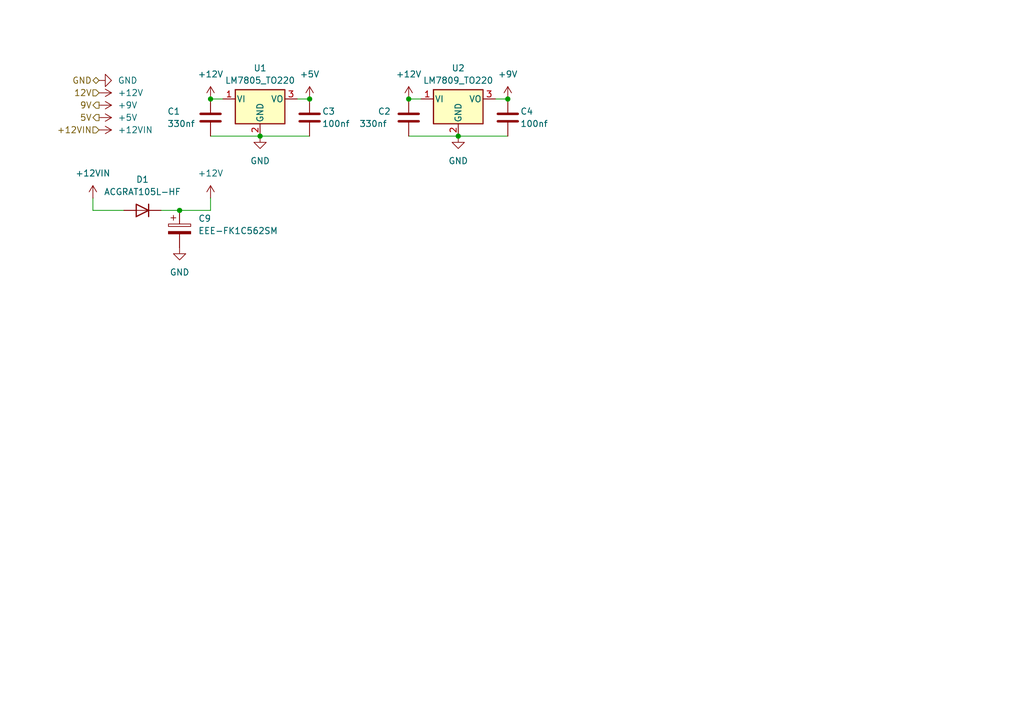
<source format=kicad_sch>
(kicad_sch (version 20231120) (generator "eeschema") (generator_version "8.0")
  (paper "A5")
  (lib_symbols
    (symbol "Device:C" (pin_numbers hide) (pin_names (offset 0.254))
      (property "Reference" "C" (at 0.635 2.54 0))
      (property "Value" "C" (at 0.635 -2.54 0))
      (symbol "C_0_1"
        (polyline (pts (xy -2.032 -0.762) (xy 2.032 -0.762)) (stroke (width 0.508)))
        (polyline (pts (xy -2.032 0.762) (xy 2.032 0.762)) (stroke (width 0.508)))
      )
      (symbol "C_1_1"
        (pin passive line (at 0 3.81 270) (length 2.794) (name "~") (number "1"))
        (pin passive line (at 0 -3.81 90) (length 2.794) (name "~") (number "2"))
      )
    )
    (symbol "Device:C_Polarized" (pin_numbers hide) (pin_names (offset 0.254))
      (property "Reference" "C" (at 0.635 2.54 0))
      (property "Value" "C_Polarized" (at 0.635 -2.54 0))
      (symbol "C_Polarized_0_1"
        (rectangle (start -2.286 0.508) (end 2.286 1.016))
        (polyline (pts (xy -1.778 2.286) (xy -0.762 2.286)))
        (polyline (pts (xy -1.27 2.794) (xy -1.27 1.778)))
        (rectangle (start 2.286 -0.508) (end -2.286 -1.016) (fill (type outline)))
      )
      (symbol "C_Polarized_1_1"
        (pin passive line (at 0 3.81 270) (length 2.794) (name "~") (number "1"))
        (pin passive line (at 0 -3.81 90) (length 2.794) (name "~") (number "2"))
      )
    )
    (symbol "Device:D" (pin_numbers hide) (pin_names (offset 1.016) hide)
      (property "Reference" "D" (at 0 2.54 0))
      (property "Value" "D" (at 0 -2.54 0))
      (symbol "D_0_1"
        (polyline (pts (xy -1.27 1.27) (xy -1.27 -1.27)) (stroke (width 0.254)))
        (polyline (pts (xy 1.27 0) (xy -1.27 0)))
        (polyline (pts (xy 1.27 1.27) (xy 1.27 -1.27) (xy -1.27 0) (xy 1.27 1.27)) (stroke (width 0.254)))
      )
      (symbol "D_1_1"
        (pin passive line (at -3.81 0 0) (length 2.54) (name "K") (number "1"))
        (pin passive line (at 3.81 0 180) (length 2.54) (name "A") (number "2"))
      )
    )
    (symbol "Regulator_Linear:LM7805_TO220" (pin_names (offset 0.254))
      (property "Reference" "U" (at -3.81 3.175 0))
      (property "Value" "LM7805_TO220" (at 0 3.175 0))
      (symbol "LM7805_TO220_0_1"
        (rectangle (start -5.08 1.905) (end 5.08 -5.08) (stroke (width 0.254)) (fill (type background)))
      )
      (symbol "LM7805_TO220_1_1"
        (pin power_in line (at -7.62 0 0) (length 2.54) (name "VI") (number "1"))
        (pin power_in line (at 0 -7.62 90) (length 2.54) (name "GND") (number "2"))
        (pin power_out line (at 7.62 0 180) (length 2.54) (name "VO") (number "3"))
      )
    )
    (symbol "Regulator_Linear:LM7809_TO220" (pin_names (offset 0.254))
      (property "Reference" "U" (at -3.81 3.175 0))
      (property "Value" "LM7809_TO220" (at 0 3.175 0))
      (symbol "LM7809_TO220_0_1"
        (rectangle (start -5.08 1.905) (end 5.08 -5.08) (stroke (width 0.254)) (fill (type background)))
      )
      (symbol "LM7809_TO220_1_1"
        (pin power_in line (at -7.62 0 0) (length 2.54) (name "VI") (number "1"))
        (pin power_in line (at 0 -7.62 90) (length 2.54) (name "GND") (number "2"))
        (pin power_out line (at 7.62 0 180) (length 2.54) (name "VO") (number "3"))
      )
    )
    (symbol "power:+12V" (power) (pin_numbers hide) (pin_names (offset 0) hide)
      (property "Value" "+12V" (at 0 3.556 0))
      (symbol "+12V_0_1"
        (polyline (pts (xy -0.762 1.27) (xy 0 2.54)))
        (polyline (pts (xy 0 0) (xy 0 2.54)))
        (polyline (pts (xy 0 2.54) (xy 0.762 1.27)))
      )
      (symbol "+12V_1_1"
        (pin power_in line (at 0 0 90) (length 0) (name "~") (number "1"))
      )
    )
    (symbol "power:+5V" (power) (pin_numbers hide) (pin_names (offset 0) hide)
      (property "Value" "+5V" (at 0 3.556 0))
      (symbol "+5V_0_1"
        (polyline (pts (xy -0.762 1.27) (xy 0 2.54)))
        (polyline (pts (xy 0 0) (xy 0 2.54)))
        (polyline (pts (xy 0 2.54) (xy 0.762 1.27)))
      )
      (symbol "+5V_1_1"
        (pin power_in line (at 0 0 90) (length 0) (name "~") (number "1"))
      )
    )
    (symbol "power:+9V" (power) (pin_numbers hide) (pin_names (offset 0) hide)
      (property "Value" "+9V" (at 0 3.556 0))
      (symbol "+9V_0_1"
        (polyline (pts (xy -0.762 1.27) (xy 0 2.54)))
        (polyline (pts (xy 0 0) (xy 0 2.54)))
        (polyline (pts (xy 0 2.54) (xy 0.762 1.27)))
      )
      (symbol "+9V_1_1"
        (pin power_in line (at 0 0 90) (length 0) (name "~") (number "1"))
      )
    )
    (symbol "power:GND" (power) (pin_numbers hide) (pin_names (offset 0) hide)
      (property "Value" "GND" (at 0 -3.81 0))
      (symbol "GND_0_1"
        (polyline (pts (xy 0 0) (xy 0 -1.27) (xy 1.27 -1.27) (xy 0 -2.54) (xy -1.27 -1.27) (xy 0 -1.27)))
      )
      (symbol "GND_1_1"
        (pin power_in line (at 0 0 270) (length 0) (name "~") (number "1"))
      )
    )
  )
  (junction (at 93.98 27.94))
  (junction (at 63.5 20.32))
  (junction (at 36.83 43.18))
  (junction (at 53.34 27.94))
  (junction (at 104.14 20.32))
  (junction (at 43.18 20.32))
  (junction (at 83.82 20.32))
  (wire (pts (xy 93.98 27.94) (xy 104.14 27.94)))
  (wire (pts (xy 60.96 20.32) (xy 63.5 20.32)))
  (wire (pts (xy 83.82 20.32) (xy 86.36 20.32)))
  (wire (pts (xy 33.02 43.18) (xy 36.83 43.18)))
  (wire (pts (xy 36.83 43.18) (xy 43.18 43.18)))
  (wire (pts (xy 101.6 20.32) (xy 104.14 20.32)))
  (wire (pts (xy 53.34 27.94) (xy 63.5 27.94)))
  (wire (pts (xy 19.05 43.18) (xy 25.4 43.18)))
  (wire (pts (xy 43.18 20.32) (xy 45.72 20.32)))
  (wire (pts (xy 83.82 27.94) (xy 93.98 27.94)))
  (wire (pts (xy 43.18 27.94) (xy 53.34 27.94)))
  (wire (pts (xy 43.18 43.18) (xy 43.18 40.64)))
  (wire (pts (xy 19.05 43.18) (xy 19.05 40.64)))
  (hierarchical_label "9V" (shape output) (at 20.32 21.59 180))
  (hierarchical_label "12V" (shape input) (at 20.32 19.05 180))
  (hierarchical_label "GND" (shape bidirectional) (at 20.32 16.51 180))
  (hierarchical_label "5V" (shape output) (at 20.32 24.13 180))
  (hierarchical_label "+12VIN" (shape input) (at 20.32 26.67 180))
  (symbol (lib_id "Device:C") (at 43.18 24.13 0) (unit 1)
    (property "Reference" "C1" (at 34.29 22.86 0) (effects (justify left)))
    (property "Value" "330nf" (at 34.29 25.4 0) (effects (justify left)))
    (property "Footprint" "Capacitor_SMD:C_0805_2012Metric_Pad1.18x1.45mm_HandSolder" (effects (hide yes)))
    (property "Datasheet" "https://mm.digikey.com/Volume0/opasdata/d220001/medias/docus/4262/0805B334K250CC.pdf" (effects (hide yes)))
  )
  (symbol (lib_id "power:GND") (at 20.32 16.51 90) (unit 1)
    (property "Reference" "#PWR07" (effects (hide yes)))
    (property "Value" "GND" (at 24.13 16.5099 90) (effects (justify right)))
    (property "Description" "Power symbol creates a global label with name \"GND\" , ground" (effects (hide yes)))
  )
  (symbol (lib_id "Device:D") (at 29.21 43.18 180) (unit 1)
    (property "Reference" "D1" (at 29.21 36.83 0))
    (property "Value" "ACGRAT105L-HF" (at 29.21 39.37 0))
    (property "Footprint" "Diode_SMD:D_2010_5025Metric_Pad1.52x2.65mm_HandSolder" (effects (hide yes)))
    (property "Datasheet" "https://www.comchiptech.com/admin/files/product/ACGRAT101L-HF%20Thru%20ACGRAT105L-HF%20RevB849012.pdf" (effects (hide yes)))
    (property "Description" "Diode" (effects (hide yes)))
    (property "Sim.Device" "D" (effects (hide yes)))
    (property "Sim.Pins" "1=K 2=A" (effects (hide yes)))
  )
  (symbol (lib_id "Device:C_Polarized") (at 36.83 46.99 0) (unit 1)
    (property "Reference" "C9" (at 40.64 44.8309 0) (effects (justify left)))
    (property "Value" "EEE-FK1C562SM" (at 40.64 47.3709 0) (effects (justify left)))
    (property "Footprint" "Capacitor_SMD:CP_Elec_18x17.5" (effects (hide yes)))
    (property "Datasheet" "https://industrial.panasonic.com/cdbs/www-data/pdf/RDE0000/ABA0000C1247.pdf" (effects (hide yes)))
    (property "Description" "Polarized capacitor" (effects (hide yes)))
  )
  (symbol (lib_id "Device:C") (at 104.14 24.13 0) (unit 1)
    (property "Reference" "C4" (at 106.68 22.86 0) (effects (justify left)))
    (property "Value" "100nf" (at 106.68 25.4 0) (effects (justify left)))
    (property "Footprint" "Capacitor_SMD:C_0805_2012Metric_Pad1.18x1.45mm_HandSolder" (effects (hide yes)))
  )
  (symbol (lib_id "Regulator_Linear:LM7809_TO220") (at 93.98 20.32 0) (unit 1)
    (property "Reference" "U2" (at 93.98 13.97 0))
    (property "Value" "LM7809_TO220" (at 93.98 16.51 0))
    (property "Footprint" "Package_TO_SOT_THT:TO-220-3_Vertical" (effects (hide yes)))
    (property "Datasheet" "https://www.onsemi.cn/PowerSolutions/document/MC7800-D.PDF" (effects (hide yes)))
  )
  (symbol (lib_id "power:GND") (at 36.83 50.8 0) (unit 1)
    (property "Reference" "#PWR048" (effects (hide yes)))
    (property "Value" "GND" (at 36.83 55.88 0))
    (property "Description" "Power symbol creates a global label with name \"GND\" , ground" (effects (hide yes)))
  )
  (symbol (lib_id "power:+12V") (at 20.32 26.67 270) (unit 1)
    (property "Reference" "#PWR050" (effects (hide yes)))
    (property "Value" "+12VIN" (at 24.13 26.6699 90) (effects (justify left)))
    (property "Description" "Power symbol creates a global label with name \"+12V\"" (effects (hide yes)))
  )
  (symbol (lib_id "power:+5V") (at 63.5 20.32 0) (unit 1)
    (property "Reference" "#PWR012" (effects (hide yes)))
    (property "Value" "+5V" (at 63.5 15.24 0))
  )
  (symbol (lib_id "Device:C") (at 83.82 24.13 0) (unit 1)
    (property "Reference" "C2" (at 77.47 22.86 0) (effects (justify left)))
    (property "Value" "330nf" (at 73.66 25.4 0) (effects (justify left)))
    (property "Footprint" "Capacitor_SMD:C_0805_2012Metric_Pad1.18x1.45mm_HandSolder" (effects (hide yes)))
  )
  (symbol (lib_id "power:+12V") (at 43.18 20.32 0) (unit 1)
    (property "Reference" "#PWR08" (effects (hide yes)))
    (property "Value" "+12V" (at 43.18 15.24 0))
  )
  (symbol (lib_id "power:+12V") (at 43.18 40.64 0) (unit 1)
    (property "Reference" "#PWR049" (effects (hide yes)))
    (property "Value" "+12V" (at 43.18 35.56 0))
    (property "Description" "Power symbol creates a global label with name \"+12V\"" (effects (hide yes)))
  )
  (symbol (lib_id "power:GND") (at 93.98 27.94 0) (unit 1)
    (property "Reference" "#PWR011" (effects (hide yes)))
    (property "Value" "GND" (at 93.98 33.02 0))
  )
  (symbol (lib_id "power:+5V") (at 20.32 24.13 270) (unit 1)
    (property "Reference" "#PWR03" (effects (hide yes)))
    (property "Value" "+5V" (at 24.13 24.1299 90) (effects (justify left)))
    (property "Description" "Power symbol creates a global label with name \"+5V\"" (effects (hide yes)))
  )
  (symbol (lib_id "power:+12V") (at 19.05 40.64 0) (unit 1)
    (property "Reference" "#PWR042" (effects (hide yes)))
    (property "Value" "+12VIN" (at 19.05 35.56 0))
    (property "Description" "Power symbol creates a global label with name \"+12V\"" (effects (hide yes)))
  )
  (symbol (lib_id "power:GND") (at 53.34 27.94 0) (unit 1)
    (property "Reference" "#PWR010" (effects (hide yes)))
    (property "Value" "GND" (at 53.34 33.02 0))
  )
  (symbol (lib_id "Regulator_Linear:LM7805_TO220") (at 53.34 20.32 0) (unit 1)
    (property "Reference" "U1" (at 53.34 13.97 0))
    (property "Value" "LM7805_TO220" (at 53.34 16.51 0))
    (property "Footprint" "Package_TO_SOT_THT:TO-220-3_Vertical" (effects (hide yes)))
    (property "Datasheet" "https://www.onsemi.cn/PowerSolutions/document/MC7800-D.PDF" (effects (hide yes)))
  )
  (symbol (lib_id "power:+12V") (at 83.82 20.32 0) (unit 1)
    (property "Reference" "#PWR09" (effects (hide yes)))
    (property "Value" "+12V" (at 83.82 15.24 0))
  )
  (symbol (lib_id "power:+9V") (at 20.32 21.59 270) (unit 1)
    (property "Reference" "#PWR04" (effects (hide yes)))
    (property "Value" "+9V" (at 24.13 21.5899 90) (effects (justify left)))
    (property "Description" "Power symbol creates a global label with name \"+9V\"" (effects (hide yes)))
  )
  (symbol (lib_id "power:+9V") (at 104.14 20.32 0) (unit 1)
    (property "Reference" "#PWR013" (effects (hide yes)))
    (property "Value" "+9V" (at 104.14 15.24 0))
  )
  (symbol (lib_id "power:+12V") (at 20.32 19.05 270) (unit 1)
    (property "Reference" "#PWR06" (effects (hide yes)))
    (property "Value" "+12V" (at 24.13 19.0499 90) (effects (justify left)))
    (property "Description" "Power symbol creates a global label with name \"+12V\"" (effects (hide yes)))
  )
  (symbol (lib_id "Device:C") (at 63.5 24.13 0) (unit 1)
    (property "Reference" "C3" (at 66.04 22.86 0) (effects (justify left)))
    (property "Value" "100nf" (at 66.04 25.4 0) (effects (justify left)))
    (property "Footprint" "Capacitor_SMD:C_0805_2012Metric_Pad1.18x1.45mm_HandSolder" (effects (hide yes)))
    (property "Datasheet" "https://mm.digikey.com/Volume0/opasdata/d220001/medias/docus/4005/0805B104K101CC.pdf" (effects (hide yes)))
  )
)
</source>
